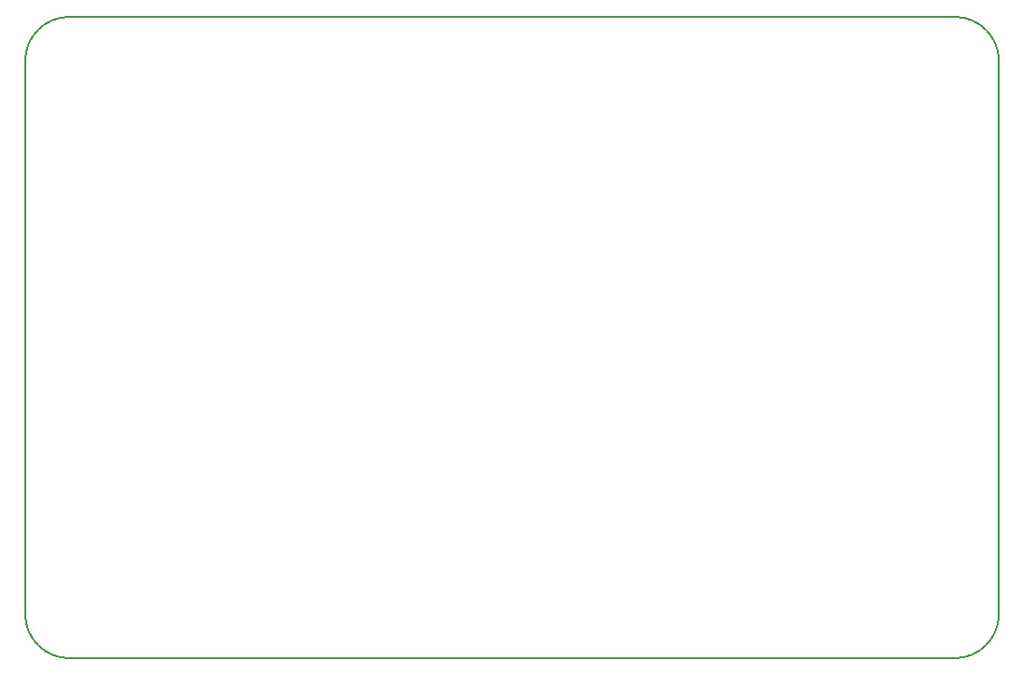
<source format=gko>
G04 DipTrace 3.3.1.3*
G04 T4-T36-Breakout.gko*
%MOIN*%
G04 #@! TF.FileFunction,Profile*
G04 #@! TF.Part,Single*
%ADD11C,0.005512*%
%FSLAX26Y26*%
G04*
G70*
G90*
G75*
G01*
G04 BoardOutline*
%LPD*%
X551180Y393700D2*
D11*
X3700787D1*
G03X3858267Y551180I1J157479D01*
G01*
Y2519684D1*
G03X3700787Y2677165I-157479J1D01*
G01*
X551180D1*
G03X393700Y2519684I-1J-157479D01*
G01*
Y551180D1*
G03X551180Y393700I157479J-1D01*
G01*
M02*

</source>
